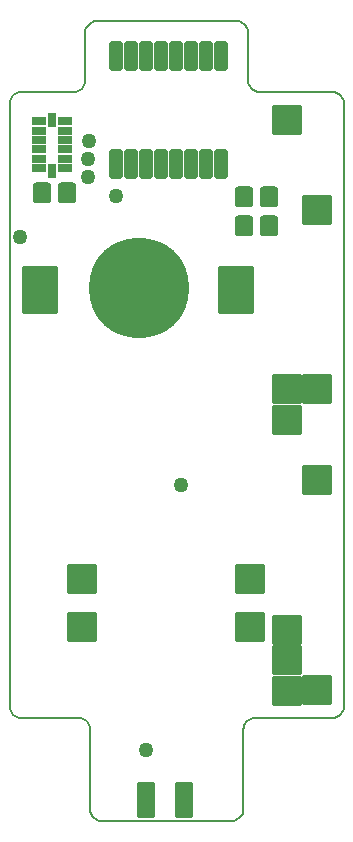
<source format=gbr>
G04 PROTEUS RS274X GERBER FILE*
%FSLAX45Y45*%
%MOMM*%
G01*
%ADD21C,1.270000*%
%AMPPAD014*
4,1,48,
0.508000,-1.524000,
-0.508000,-1.524000,
-0.534400,-1.522720,
-0.559930,-1.518950,
-0.584490,-1.512800,
-0.630220,-1.493870,
-0.670650,-1.466840,
-0.704840,-1.432640,
-0.731860,-1.392220,
-0.750800,-1.346490,
-0.756950,-1.321930,
-0.760720,-1.296400,
-0.762000,-1.270000,
-0.762000,1.270000,
-0.760720,1.296400,
-0.756950,1.321930,
-0.750800,1.346490,
-0.731860,1.392220,
-0.704840,1.432640,
-0.670650,1.466840,
-0.630220,1.493870,
-0.584490,1.512800,
-0.559930,1.518950,
-0.534400,1.522720,
-0.508000,1.524000,
0.508000,1.524000,
0.534400,1.522720,
0.559930,1.518950,
0.584490,1.512800,
0.630220,1.493870,
0.670650,1.466840,
0.704840,1.432640,
0.731860,1.392220,
0.750800,1.346490,
0.756950,1.321930,
0.760720,1.296400,
0.762000,1.270000,
0.762000,-1.270000,
0.760720,-1.296400,
0.756950,-1.321930,
0.750800,-1.346490,
0.731860,-1.392220,
0.704840,-1.432640,
0.670650,-1.466840,
0.630220,-1.493870,
0.584490,-1.512800,
0.559930,-1.518950,
0.534400,-1.522720,
0.508000,-1.524000,
0*%
%ADD22PPAD014*%
%AMPPAD015*
4,1,48,
0.508000,-0.889000,
-0.508000,-0.889000,
-0.534400,-0.887720,
-0.559930,-0.883950,
-0.584490,-0.877800,
-0.630220,-0.858870,
-0.670650,-0.831840,
-0.704840,-0.797640,
-0.731860,-0.757220,
-0.750800,-0.711490,
-0.756950,-0.686930,
-0.760720,-0.661400,
-0.762000,-0.635000,
-0.762000,0.635000,
-0.760720,0.661400,
-0.756950,0.686930,
-0.750800,0.711490,
-0.731860,0.757220,
-0.704840,0.797640,
-0.670650,0.831840,
-0.630220,0.858870,
-0.584490,0.877800,
-0.559930,0.883950,
-0.534400,0.887720,
-0.508000,0.889000,
0.508000,0.889000,
0.534400,0.887720,
0.559930,0.883950,
0.584490,0.877800,
0.630220,0.858870,
0.670650,0.831840,
0.704840,0.797640,
0.731860,0.757220,
0.750800,0.711490,
0.756950,0.686930,
0.760720,0.661400,
0.762000,0.635000,
0.762000,-0.635000,
0.760720,-0.661400,
0.756950,-0.686930,
0.750800,-0.711490,
0.731860,-0.757220,
0.704840,-0.797640,
0.670650,-0.831840,
0.630220,-0.858870,
0.584490,-0.877800,
0.559930,-0.883950,
0.534400,-0.887720,
0.508000,-0.889000,
0*%
%ADD23PPAD015*%
%AMPPAD016*
4,1,48,
-1.270000,2.032000,
1.270000,2.032000,
1.296400,2.030720,
1.321930,2.026950,
1.346490,2.020800,
1.392220,2.001870,
1.432650,1.974840,
1.466840,1.940640,
1.493860,1.900220,
1.512800,1.854490,
1.518950,1.829930,
1.522720,1.804400,
1.524000,1.778000,
1.524000,-1.778000,
1.522720,-1.804400,
1.518950,-1.829930,
1.512800,-1.854490,
1.493860,-1.900220,
1.466840,-1.940640,
1.432650,-1.974840,
1.392220,-2.001870,
1.346490,-2.020800,
1.321930,-2.026950,
1.296400,-2.030720,
1.270000,-2.032000,
-1.270000,-2.032000,
-1.296400,-2.030720,
-1.321930,-2.026950,
-1.346490,-2.020800,
-1.392220,-2.001870,
-1.432650,-1.974840,
-1.466840,-1.940640,
-1.493860,-1.900220,
-1.512800,-1.854490,
-1.518950,-1.829930,
-1.522720,-1.804400,
-1.524000,-1.778000,
-1.524000,1.778000,
-1.522720,1.804400,
-1.518950,1.829930,
-1.512800,1.854490,
-1.493860,1.900220,
-1.466840,1.940640,
-1.432650,1.974840,
-1.392220,2.001870,
-1.346490,2.020800,
-1.321930,2.026950,
-1.296400,2.030720,
-1.270000,2.032000,
0*%
%ADD24PPAD016*%
%AMPPAD017*
4,1,48,
-1.016000,1.270000,
1.016000,1.270000,
1.042400,1.268720,
1.067930,1.264950,
1.092490,1.258800,
1.138220,1.239870,
1.178650,1.212840,
1.212840,1.178640,
1.239860,1.138220,
1.258800,1.092490,
1.264950,1.067930,
1.268720,1.042400,
1.270000,1.016000,
1.270000,-1.016000,
1.268720,-1.042400,
1.264950,-1.067930,
1.258800,-1.092490,
1.239860,-1.138220,
1.212840,-1.178640,
1.178650,-1.212840,
1.138220,-1.239870,
1.092490,-1.258800,
1.067930,-1.264950,
1.042400,-1.268720,
1.016000,-1.270000,
-1.016000,-1.270000,
-1.042400,-1.268720,
-1.067930,-1.264950,
-1.092490,-1.258800,
-1.138220,-1.239870,
-1.178650,-1.212840,
-1.212840,-1.178640,
-1.239860,-1.138220,
-1.258800,-1.092490,
-1.264950,-1.067930,
-1.268720,-1.042400,
-1.270000,-1.016000,
-1.270000,1.016000,
-1.268720,1.042400,
-1.264950,1.067930,
-1.258800,1.092490,
-1.239860,1.138220,
-1.212840,1.178640,
-1.178650,1.212840,
-1.138220,1.239870,
-1.092490,1.258800,
-1.067930,1.264950,
-1.042400,1.268720,
-1.016000,1.270000,
0*%
%ADD25PPAD017*%
%AMPPAD018*
4,1,36,
0.622000,0.202500,
0.622000,-0.202500,
0.619470,-0.228470,
0.612200,-0.252480,
0.600650,-0.274080,
0.585290,-0.292790,
0.566570,-0.308150,
0.544980,-0.319700,
0.520970,-0.326970,
0.495000,-0.329500,
-0.495000,-0.329500,
-0.520970,-0.326970,
-0.544980,-0.319700,
-0.566570,-0.308150,
-0.585290,-0.292790,
-0.600650,-0.274080,
-0.612200,-0.252480,
-0.619470,-0.228470,
-0.622000,-0.202500,
-0.622000,0.202500,
-0.619470,0.228470,
-0.612200,0.252480,
-0.600650,0.274080,
-0.585290,0.292790,
-0.566570,0.308150,
-0.544980,0.319700,
-0.520970,0.326970,
-0.495000,0.329500,
0.495000,0.329500,
0.520970,0.326970,
0.544980,0.319700,
0.566570,0.308150,
0.585290,0.292790,
0.600650,0.274080,
0.612200,0.252480,
0.619470,0.228470,
0.622000,0.202500,
0*%
%ADD26PPAD018*%
%AMPPAD019*
4,1,36,
0.202500,-0.622000,
-0.202500,-0.622000,
-0.228470,-0.619470,
-0.252480,-0.612200,
-0.274080,-0.600650,
-0.292790,-0.585290,
-0.308150,-0.566570,
-0.319700,-0.544980,
-0.326970,-0.520970,
-0.329500,-0.495000,
-0.329500,0.495000,
-0.326970,0.520970,
-0.319700,0.544980,
-0.308150,0.566570,
-0.292790,0.585290,
-0.274080,0.600650,
-0.252480,0.612200,
-0.228470,0.619470,
-0.202500,0.622000,
0.202500,0.622000,
0.228470,0.619470,
0.252480,0.612200,
0.274080,0.600650,
0.292790,0.585290,
0.308150,0.566570,
0.319700,0.544980,
0.326970,0.520970,
0.329500,0.495000,
0.329500,-0.495000,
0.326970,-0.520970,
0.319700,-0.544980,
0.308150,-0.566570,
0.292790,-0.585290,
0.274080,-0.600650,
0.252480,-0.612200,
0.228470,-0.619470,
0.202500,-0.622000,
0*%
%ADD27PPAD019*%
%ADD19C,8.483600*%
%AMPPAD020*
4,1,48,
-0.317500,1.270000,
0.317500,1.270000,
0.343900,1.268720,
0.369430,1.264950,
0.393990,1.258800,
0.439720,1.239870,
0.480150,1.212840,
0.514340,1.178640,
0.541360,1.138220,
0.560300,1.092490,
0.566450,1.067930,
0.570220,1.042400,
0.571500,1.016000,
0.571500,-1.016000,
0.570220,-1.042400,
0.566450,-1.067930,
0.560300,-1.092490,
0.541360,-1.138220,
0.514340,-1.178640,
0.480150,-1.212840,
0.439720,-1.239870,
0.393990,-1.258800,
0.369430,-1.264950,
0.343900,-1.268720,
0.317500,-1.270000,
-0.317500,-1.270000,
-0.343900,-1.268720,
-0.369430,-1.264950,
-0.393990,-1.258800,
-0.439720,-1.239870,
-0.480150,-1.212840,
-0.514340,-1.178640,
-0.541360,-1.138220,
-0.560300,-1.092490,
-0.566450,-1.067930,
-0.570220,-1.042400,
-0.571500,-1.016000,
-0.571500,1.016000,
-0.570220,1.042400,
-0.566450,1.067930,
-0.560300,1.092490,
-0.541360,1.138220,
-0.514340,1.178640,
-0.480150,1.212840,
-0.439720,1.239870,
-0.393990,1.258800,
-0.369430,1.264950,
-0.343900,1.268720,
-0.317500,1.270000,
0*%
%ADD28PPAD020*%
%ADD71C,0.203200*%
D21*
X-135548Y-2856243D03*
X-1203004Y+1488700D03*
X-619148Y+2303727D03*
X-386522Y+1838175D03*
X-625000Y+2151921D03*
X-625580Y+2001447D03*
X+162114Y-610000D03*
D22*
X+184000Y-3273800D03*
X-133500Y-3273800D03*
D23*
X+905000Y+1585000D03*
X+691640Y+1585000D03*
X+907900Y+1825000D03*
X+694540Y+1825000D03*
D24*
X-1035200Y+1044200D03*
X+628500Y+1044200D03*
D25*
X-679600Y-1813300D03*
X-679600Y-1406900D03*
X+742800Y-1813300D03*
X+742800Y-1406900D03*
X+1315000Y-570000D03*
X+1060000Y-60000D03*
X+1060000Y-2095000D03*
X+1060000Y-1840000D03*
X+1060000Y-2350000D03*
X+1060000Y+2480000D03*
X+1315000Y+1715000D03*
X+1314300Y-2346700D03*
D26*
X-819500Y+2071300D03*
X-819500Y+2151300D03*
X-819500Y+2231300D03*
X-819500Y+2311300D03*
X-819500Y+2391300D03*
X-819500Y+2471300D03*
X-1039500Y+2071300D03*
X-1039500Y+2151300D03*
X-1039500Y+2231300D03*
X-1039500Y+2311300D03*
X-1039500Y+2391300D03*
X-1039500Y+2471300D03*
D27*
X-929500Y+2481300D03*
D19*
X-194300Y+1061900D03*
D25*
X+1060000Y+200000D03*
X+1315000Y+200000D03*
D28*
X+503000Y+3020000D03*
X+376000Y+3020000D03*
X+249000Y+3020000D03*
X+122000Y+3020000D03*
X-5000Y+3020000D03*
X-132000Y+3020000D03*
X-259000Y+3020000D03*
X-386000Y+3020000D03*
X-386000Y+2105600D03*
X-259000Y+2105600D03*
X-132000Y+2105600D03*
X-5000Y+2105600D03*
X+122000Y+2105600D03*
X+249000Y+2105600D03*
X+376000Y+2105600D03*
X+503000Y+2105600D03*
D27*
X-930000Y+2050000D03*
D23*
X-805000Y+1860000D03*
X-1018360Y+1860000D03*
D71*
X-610000Y-3352045D02*
X-608010Y-3372492D01*
X-602285Y-3391400D01*
X-581094Y-3423139D01*
X-549356Y-3444330D01*
X-530447Y-3450055D01*
X-510000Y-3452045D01*
X-610000Y-3352045D02*
X-610000Y-2682045D01*
X-611990Y-2661598D01*
X-617715Y-2642690D01*
X-638906Y-2610951D01*
X-670644Y-2589760D01*
X-689553Y-2584035D01*
X-710000Y-2582045D01*
X-1190000Y-2582045D01*
X-1290000Y-2482045D02*
X-1288010Y-2502492D01*
X-1282285Y-2521400D01*
X-1261094Y-2553139D01*
X-1229356Y-2574330D01*
X-1210447Y-2580055D01*
X-1190000Y-2582045D01*
X-1290000Y-2482045D02*
X-1290000Y+2617964D01*
X-1288010Y+2638411D01*
X-1282285Y+2657319D01*
X-1261094Y+2689058D01*
X-1229356Y+2710249D01*
X-1210447Y+2715974D01*
X-1190000Y+2717964D01*
X-750000Y+2717964D01*
X-650000Y+2817964D02*
X-651990Y+2797517D01*
X-657715Y+2778609D01*
X-678906Y+2746870D01*
X-710644Y+2725679D01*
X-729553Y+2719954D01*
X-750000Y+2717964D01*
X-650000Y+2817964D02*
X-650000Y+3218300D01*
X-648010Y+3238747D01*
X-642285Y+3257655D01*
X-621094Y+3289394D01*
X-589356Y+3310585D01*
X-570447Y+3316310D01*
X-550000Y+3318300D01*
X+630000Y+3318300D01*
X+730000Y+3218300D02*
X+728010Y+3238747D01*
X+722285Y+3257655D01*
X+701094Y+3289394D01*
X+669356Y+3310585D01*
X+650447Y+3316310D01*
X+630000Y+3318300D01*
X+730000Y+3218300D02*
X+730000Y+2817964D01*
X+731990Y+2797517D01*
X+737715Y+2778609D01*
X+758906Y+2746870D01*
X+790644Y+2725679D01*
X+809553Y+2719954D01*
X+830000Y+2717964D01*
X+1440000Y+2717964D01*
X+1540000Y+2617964D02*
X+1538010Y+2638411D01*
X+1532285Y+2657319D01*
X+1511094Y+2689058D01*
X+1479356Y+2710249D01*
X+1460447Y+2715974D01*
X+1440000Y+2717964D01*
X+1540000Y+2617964D02*
X+1540000Y-2482045D01*
X+1538010Y-2502492D01*
X+1532285Y-2521400D01*
X+1511094Y-2553139D01*
X+1479356Y-2574330D01*
X+1460447Y-2580055D01*
X+1440000Y-2582045D01*
X+790000Y-2582045D01*
X+690000Y-2682045D02*
X+691990Y-2661598D01*
X+697715Y-2642690D01*
X+718906Y-2610951D01*
X+750644Y-2589760D01*
X+769553Y-2584035D01*
X+790000Y-2582045D01*
X+690000Y-2682045D02*
X+690000Y-3352045D01*
X+688010Y-3372492D01*
X+682285Y-3391400D01*
X+661094Y-3423139D01*
X+629356Y-3444330D01*
X+610447Y-3450055D01*
X+590000Y-3452045D01*
X+302500Y-3452045D01*
X-222500Y-3452045D02*
X-510000Y-3452045D01*
X+302500Y-3452045D02*
X-222500Y-3452045D01*
M02*

</source>
